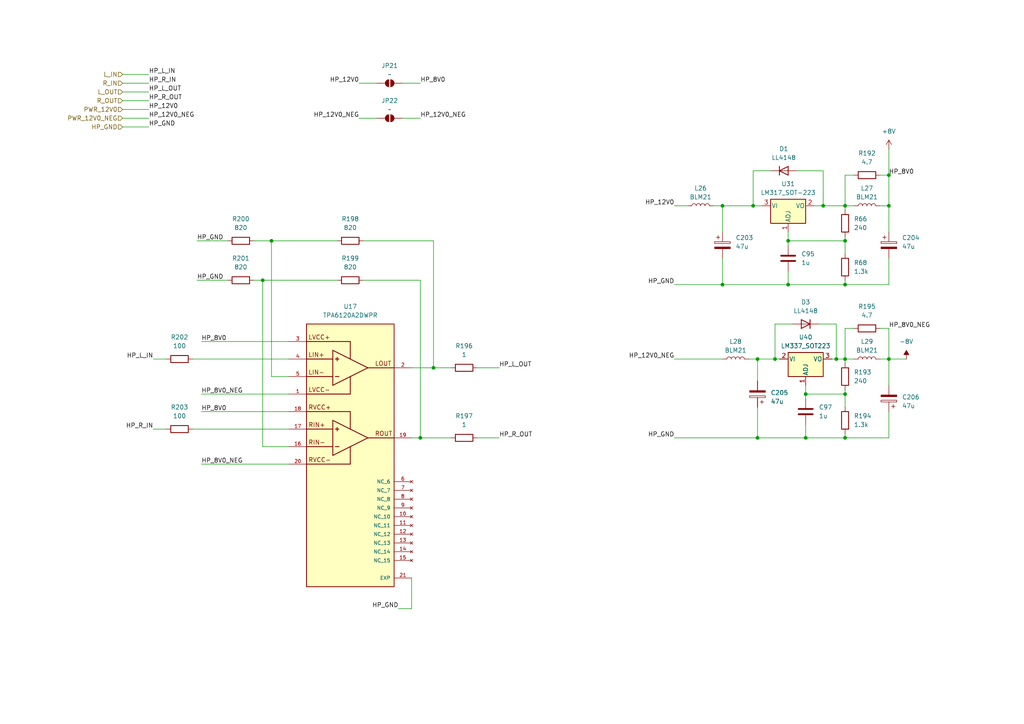
<source format=kicad_sch>
(kicad_sch (version 20250114) (generator "eeschema") (generator_version "9.0")
  (paper "A4")
  (title_block (title "HP amp") (comment 2 "maxssau"))
  (lib_symbols
    (symbol "6120:TPA6120A2DWPR" (pin_names (offset 1.016))
      (property "Reference" "U" (at -12.7 38.1 0))
      (property "Value" "TPA6120A2DWPR" (at -12.7 -40.64 0))
      (symbol "TPA6120A2DWPR_0_0"
        (polyline (pts (xy -12.7 33.02) (xy 0 33.02)) (stroke (width 0.254)))
        (polyline (pts (xy -12.7 27.94) (xy -5.08 27.94)) (stroke (width 0.254)))
        (polyline (pts (xy -12.7 22.86) (xy -5.08 22.86)) (stroke (width 0.254)))
        (polyline (pts (xy -12.7 17.78) (xy 0 17.78)) (stroke (width 0.254)))
        (polyline (pts (xy -12.7 12.7) (xy 0 12.7)) (stroke (width 0.254)))
        (polyline (pts (xy -12.7 7.62) (xy -5.08 7.62)) (stroke (width 0.254)))
        (polyline (pts (xy -12.7 2.54) (xy -5.08 2.54)) (stroke (width 0.254)))
        (polyline (pts (xy -12.7 -2.54) (xy 0 -2.54)) (stroke (width 0.254)))
        (rectangle (start -12.7 -38.1) (end 12.7 38.1) (stroke (width 0.254)) (fill (type background)))
        (polyline (pts (xy -5.08 30.48) (xy -5.08 27.94)) (stroke (width 0.254)))
        (polyline (pts (xy -5.08 27.94) (xy -5.08 22.86)) (stroke (width 0.254)))
        (polyline (pts (xy -5.08 22.86) (xy -5.08 20.32)) (stroke (width 0.254)))
        (polyline (pts (xy -5.08 20.32) (xy 0 22.86)) (stroke (width 0.254)))
        (polyline (pts (xy -5.08 10.16) (xy -5.08 7.62)) (stroke (width 0.254)))
        (polyline (pts (xy -5.08 7.62) (xy -5.08 2.54)) (stroke (width 0.254)))
        (polyline (pts (xy -5.08 2.54) (xy -5.08 0)) (stroke (width 0.254)))
        (polyline (pts (xy -5.08 0) (xy 0 2.54)) (stroke (width 0.254)))
        (polyline (pts (xy -4.318 27.94) (xy -3.302 27.94)) (stroke (width 0.254)))
        (polyline (pts (xy -4.318 22.86) (xy -3.302 22.86)) (stroke (width 0.254)))
        (polyline (pts (xy -4.318 7.62) (xy -3.302 7.62)) (stroke (width 0.254)))
        (polyline (pts (xy -4.318 2.54) (xy -3.302 2.54)) (stroke (width 0.254)))
        (polyline (pts (xy -3.81 27.432) (xy -3.81 28.448)) (stroke (width 0.254)))
        (polyline (pts (xy -3.81 7.112) (xy -3.81 8.128)) (stroke (width 0.254)))
        (polyline (pts (xy 0 33.02) (xy 0 27.94)) (stroke (width 0.254)))
        (polyline (pts (xy 0 27.94) (xy -5.08 30.48)) (stroke (width 0.254)))
        (polyline (pts (xy 0 22.86) (xy 5.08 25.4)) (stroke (width 0.254)))
        (polyline (pts (xy 0 17.78) (xy 0 22.86)) (stroke (width 0.254)))
        (polyline (pts (xy 0 12.7) (xy 0 7.62)) (stroke (width 0.254)))
        (polyline (pts (xy 0 7.62) (xy -5.08 10.16)) (stroke (width 0.254)))
        (polyline (pts (xy 0 2.54) (xy 5.08 5.08)) (stroke (width 0.254)))
        (polyline (pts (xy 0 -2.54) (xy 0 2.54)) (stroke (width 0.254)))
        (polyline (pts (xy 5.08 25.4) (xy 0 27.94)) (stroke (width 0.254)))
        (polyline (pts (xy 5.08 25.4) (xy 12.7 25.4)) (stroke (width 0.254)))
        (polyline (pts (xy 5.08 5.08) (xy 0 7.62)) (stroke (width 0.254)))
        (polyline (pts (xy 5.08 5.08) (xy 12.7 5.08)) (stroke (width 0.254)))
        (text "LVCC+" (at -12.192 33.528 0) (effects (font (size 1.27 1.27)) (justify left bottom)))
        (text "LIN+" (at -12.192 28.448 0) (effects (font (size 1.27 1.27)) (justify left bottom)))
        (text "LIN-" (at -12.192 23.368 0) (effects (font (size 1.27 1.27)) (justify left bottom)))
        (text "LVCC-" (at -12.192 18.288 0) (effects (font (size 1.27 1.27)) (justify left bottom)))
        (text "RVCC+" (at -12.192 13.208 0) (effects (font (size 1.27 1.27)) (justify left bottom)))
        (text "RIN+" (at -12.192 8.128 0) (effects (font (size 1.27 1.27)) (justify left bottom)))
        (text "RIN-" (at -12.192 3.048 0) (effects (font (size 1.27 1.27)) (justify left bottom)))
        (text "RVCC-" (at -12.192 -2.032 0) (effects (font (size 1.27 1.27)) (justify left bottom)))
        (text "LOUT" (at 7.112 25.908 0) (effects (font (size 1.27 1.27)) (justify left bottom)))
        (text "ROUT" (at 7.112 5.588 0) (effects (font (size 1.27 1.27)) (justify left bottom)))
        (pin power_in line (at -17.78 33.02 0) (length 5.08) (name "~") (number "3"))
        (pin input line (at -17.78 27.94 0) (length 5.08) (name "~") (number "4"))
        (pin input line (at -17.78 22.86 0) (length 5.08) (name "~") (number "5"))
        (pin power_in line (at -17.78 17.78 0) (length 5.08) (name "~") (number "1"))
        (pin power_in line (at -17.78 12.7 0) (length 5.08) (name "~") (number "18"))
        (pin input line (at -17.78 7.62 0) (length 5.08) (name "~") (number "17"))
        (pin input line (at -17.78 2.54 0) (length 5.08) (name "~") (number "16"))
        (pin power_in line (at -17.78 -2.54 0) (length 5.08) (name "~") (number "20"))
        (pin output line (at 17.78 25.4 180) (length 5.08) (name "~") (number "2"))
        (pin output line (at 17.78 5.08 180) (length 5.08) (name "~") (number "19"))
        (pin no_connect line (at 17.78 -7.62 180) (length 5.08) (name "NC_6") (number "6"))
        (pin no_connect line (at 17.78 -10.16 180) (length 5.08) (name "NC_7") (number "7"))
        (pin no_connect line (at 17.78 -12.7 180) (length 5.08) (name "NC_8") (number "8"))
        (pin no_connect line (at 17.78 -15.24 180) (length 5.08) (name "NC_9") (number "9"))
        (pin no_connect line (at 17.78 -17.78 180) (length 5.08) (name "NC_10") (number "10"))
        (pin no_connect line (at 17.78 -20.32 180) (length 5.08) (name "NC_11") (number "11"))
        (pin no_connect line (at 17.78 -22.86 180) (length 5.08) (name "NC_12") (number "12"))
        (pin no_connect line (at 17.78 -25.4 180) (length 5.08) (name "NC_13") (number "13"))
        (pin no_connect line (at 17.78 -27.94 180) (length 5.08) (name "NC_14") (number "14"))
        (pin no_connect line (at 17.78 -30.48 180) (length 5.08) (name "NC_15") (number "15"))
        (pin passive line (at 17.78 -35.56 180) (length 5.08) (name "EXP") (number "21"))
      )
    )
    (symbol "Device:C" (pin_numbers (hide yes)) (pin_names (offset 0.254))
      (property "Reference" "C" (at 0.635 2.54 0))
      (property "Value" "C" (at 0.635 -2.54 0))
      (symbol "C_0_1"
        (polyline (pts (xy -2.032 0.762) (xy 2.032 0.762)) (stroke (width 0.508)))
        (polyline (pts (xy -2.032 -0.762) (xy 2.032 -0.762)) (stroke (width 0.508)))
      )
      (symbol "C_1_1"
        (pin passive line (at 0 3.81 270) (length 2.794) (name "~") (number "1"))
        (pin passive line (at 0 -3.81 90) (length 2.794) (name "~") (number "2"))
      )
    )
    (symbol "Device:C_Polarized" (pin_numbers (hide yes)) (pin_names (offset 0.254))
      (property "Reference" "C" (at 0.635 2.54 0))
      (property "Value" "C_Polarized" (at 0.635 -2.54 0))
      (symbol "C_Polarized_0_1"
        (rectangle (start -2.286 0.508) (end 2.286 1.016))
        (polyline (pts (xy -1.778 2.286) (xy -0.762 2.286)))
        (polyline (pts (xy -1.27 2.794) (xy -1.27 1.778)))
        (rectangle (start 2.286 -0.508) (end -2.286 -1.016) (fill (type outline)))
      )
      (symbol "C_Polarized_1_1"
        (pin passive line (at 0 3.81 270) (length 2.794) (name "~") (number "1"))
        (pin passive line (at 0 -3.81 90) (length 2.794) (name "~") (number "2"))
      )
    )
    (symbol "Device:L" (pin_numbers (hide yes)) (pin_names (offset 1.016) (hide yes))
      (property "Reference" "L" (at -1.27 0 90))
      (property "Value" "L" (at 1.905 0 90))
      (symbol "L_0_1"
        (arc (start 0 2.54) (mid 0.6323 1.905) (end 0 1.27))
        (arc (start 0 1.27) (mid 0.6323 0.635) (end 0 0))
        (arc (start 0 0) (mid 0.6323 -0.635) (end 0 -1.27))
        (arc (start 0 -1.27) (mid 0.6323 -1.905) (end 0 -2.54))
      )
      (symbol "L_1_1"
        (pin passive line (at 0 3.81 270) (length 1.27) (name "1") (number "1"))
        (pin passive line (at 0 -3.81 90) (length 1.27) (name "2") (number "2"))
      )
    )
    (symbol "Device:R" (pin_numbers (hide yes)) (pin_names (offset 0))
      (property "Reference" "R" (at 2.032 0 90))
      (property "Value" "R" (at 0 0 90))
      (symbol "R_0_1"
        (rectangle (start -1.016 -2.54) (end 1.016 2.54) (stroke (width 0.254)))
      )
      (symbol "R_1_1"
        (pin passive line (at 0 3.81 270) (length 1.27) (name "~") (number "1"))
        (pin passive line (at 0 -3.81 90) (length 1.27) (name "~") (number "2"))
      )
    )
    (symbol "Diode:LL4148" (pin_numbers (hide yes)) (pin_names (hide yes))
      (property "Reference" "D" (at 0 2.54 0))
      (property "Value" "LL4148" (at 0 -2.54 0))
      (symbol "LL4148_0_1"
        (polyline (pts (xy -1.27 1.27) (xy -1.27 -1.27)) (stroke (width 0.254)))
        (polyline (pts (xy 1.27 1.27) (xy 1.27 -1.27) (xy -1.27 0) (xy 1.27 1.27)) (stroke (width 0.254)))
        (polyline (pts (xy 1.27 0) (xy -1.27 0)))
      )
      (symbol "LL4148_1_1"
        (pin passive line (at -3.81 0 0) (length 2.54) (name "K") (number "1"))
        (pin passive line (at 3.81 0 180) (length 2.54) (name "A") (number "2"))
      )
    )
    (symbol "Jumper:SolderJumper_2_Open" (pin_numbers (hide yes)) (pin_names (offset 0) (hide yes)) (exclude_from_sim yes) (in_bom no)
      (property "Reference" "JP" (at 0 2.032 0))
      (property "Value" "SolderJumper_2_Open" (at 0 -2.54 0))
      (symbol "SolderJumper_2_Open_0_1"
        (polyline (pts (xy -0.254 1.016) (xy -0.254 -1.016)))
        (arc (start -0.254 -1.016) (mid -1.2656 0) (end -0.254 1.016))
        (arc (start -0.254 -1.016) (mid -1.2656 0) (end -0.254 1.016) (fill (type outline)))
        (arc (start 0.254 1.016) (mid 1.2656 0) (end 0.254 -1.016))
        (arc (start 0.254 1.016) (mid 1.2656 0) (end 0.254 -1.016) (fill (type outline)))
        (polyline (pts (xy 0.254 1.016) (xy 0.254 -1.016)))
      )
      (symbol "SolderJumper_2_Open_1_1"
        (pin passive line (at -3.81 0 0) (length 2.54) (name "A") (number "1"))
        (pin passive line (at 3.81 0 180) (length 2.54) (name "B") (number "2"))
      )
    )
    (symbol "Regulator_Linear:LM317_SOT-223" (pin_names (offset 0.254))
      (property "Reference" "U" (at -3.81 3.175 0))
      (property "Value" "LM317_SOT-223" (at 0 3.175 0))
      (symbol "LM317_SOT-223_0_1"
        (rectangle (start -5.08 1.905) (end 5.08 -5.08) (stroke (width 0.254)) (fill (type background)))
      )
      (symbol "LM317_SOT-223_1_1"
        (pin power_in line (at -7.62 0 0) (length 2.54) (name "VI") (number "3"))
        (pin input line (at 0 -7.62 90) (length 2.54) (name "ADJ") (number "1"))
        (pin power_out line (at 7.62 0 180) (length 2.54) (name "VO") (number "2"))
      )
    )
    (symbol "Regulator_Linear:LM337_SOT223" (pin_names (offset 0.254))
      (property "Reference" "U" (at -3.81 -3.175 0))
      (property "Value" "LM337_SOT223" (at 0 -3.175 0))
      (symbol "LM337_SOT223_0_1"
        (rectangle (start -5.08 5.08) (end 5.08 -1.905) (stroke (width 0.254)) (fill (type background)))
      )
      (symbol "LM337_SOT223_1_1"
        (pin power_in line (at -7.62 0 0) (length 2.54) (name "VI") (number "2"))
        (pin input line (at 0 7.62 270) (length 2.54) (name "ADJ") (number "1"))
        (pin power_out line (at 7.62 0 180) (length 2.54) (name "VO") (number "3"))
      )
    )
    (symbol "power:+8V" (power) (pin_numbers (hide yes)) (pin_names (offset 0) (hide yes))
      (property "Value" "+8V" (at 0 3.556 0))
      (symbol "+8V_0_1"
        (polyline (pts (xy -0.762 1.27) (xy 0 2.54)))
        (polyline (pts (xy 0 2.54) (xy 0.762 1.27)))
        (polyline (pts (xy 0 0) (xy 0 2.54)))
      )
      (symbol "+8V_1_1"
        (pin power_in line (at 0 0 90) (length 0) (name "~") (number "1"))
      )
    )
    (symbol "power:-8V" (power) (pin_numbers (hide yes)) (pin_names (offset 0) (hide yes))
      (property "Value" "-8V" (at 0 3.556 0))
      (symbol "-8V_0_0"
        (pin power_in line (at 0 0 90) (length 0) (name "~") (number "1"))
      )
      (symbol "-8V_0_1"
        (polyline (pts (xy 0 0) (xy 0 1.27) (xy 0.762 1.27) (xy 0 2.54) (xy -0.762 1.27) (xy 0 1.27)) (fill (type outline)))
      )
    )
  )
  (junction (at 233.68 127))
  (junction (at 245.11 82.55))
  (junction (at 228.6 82.55))
  (junction (at 242.57 104.14))
  (junction (at 228.6 69.85))
  (junction (at 121.92 127))
  (junction (at 219.71 104.14))
  (junction (at 219.71 127))
  (junction (at 76.2 81.28))
  (junction (at 245.11 114.3))
  (junction (at 125.73 106.68))
  (junction (at 78.74 69.85))
  (junction (at 257.81 50.8))
  (junction (at 233.68 114.3))
  (junction (at 245.11 127))
  (junction (at 257.81 104.14))
  (junction (at 209.55 59.69))
  (junction (at 209.55 82.55))
  (junction (at 218.44 59.69))
  (junction (at 245.11 69.85))
  (junction (at 238.76 59.69))
  (junction (at 245.11 59.69))
  (junction (at 245.11 104.14))
  (junction (at 257.81 59.69))
  (junction (at 224.79 104.14))
  (wire (pts (xy 104.14 24.13) (xy 109.22 24.13)))
  (wire (pts (xy 209.55 59.69) (xy 218.44 59.69)))
  (wire (pts (xy 245.11 50.8) (xy 245.11 59.69)))
  (wire (pts (xy 121.92 34.29) (xy 116.84 34.29)))
  (wire (pts (xy 257.81 50.8) (xy 257.81 59.69)))
  (wire (pts (xy 224.79 104.14) (xy 226.06 104.14)))
  (wire (pts (xy 229.87 93.98) (xy 224.79 93.98)))
  (wire (pts (xy 58.42 99.06) (xy 83.82 99.06)))
  (wire (pts (xy 245.11 95.25) (xy 245.11 104.14)))
  (wire (pts (xy 144.78 106.68) (xy 138.43 106.68)))
  (wire (pts (xy 57.15 81.28) (xy 66.04 81.28)))
  (wire (pts (xy 219.71 104.14) (xy 224.79 104.14)))
  (wire (pts (xy 119.38 127) (xy 121.92 127)))
  (wire (pts (xy 209.55 82.55) (xy 228.6 82.55)))
  (wire (pts (xy 76.2 81.28) (xy 97.79 81.28)))
  (wire (pts (xy 223.52 49.53) (xy 218.44 49.53)))
  (wire (pts (xy 115.57 176.53) (xy 119.38 176.53)))
  (wire (pts (xy 43.18 26.67) (xy 35.56 26.67)))
  (wire (pts (xy 257.81 104.14) (xy 257.81 111.76)))
  (wire (pts (xy 242.57 104.14) (xy 245.11 104.14)))
  (wire (pts (xy 242.57 93.98) (xy 242.57 104.14)))
  (wire (pts (xy 195.58 127) (xy 219.71 127)))
  (wire (pts (xy 257.81 119.38) (xy 257.81 127)))
  (wire (pts (xy 217.17 104.14) (xy 219.71 104.14)))
  (wire (pts (xy 104.14 34.29) (xy 109.22 34.29)))
  (wire (pts (xy 219.71 118.11) (xy 219.71 127)))
  (wire (pts (xy 237.49 93.98) (xy 242.57 93.98)))
  (wire (pts (xy 219.71 104.14) (xy 219.71 110.49)))
  (wire (pts (xy 55.88 104.14) (xy 83.82 104.14)))
  (wire (pts (xy 105.41 81.28) (xy 121.92 81.28)))
  (wire (pts (xy 207.01 59.69) (xy 209.55 59.69)))
  (wire (pts (xy 43.18 36.83) (xy 35.56 36.83)))
  (wire (pts (xy 245.11 113.03) (xy 245.11 114.3)))
  (wire (pts (xy 83.82 109.22) (xy 78.74 109.22)))
  (wire (pts (xy 105.41 69.85) (xy 125.73 69.85)))
  (wire (pts (xy 245.11 104.14) (xy 245.11 105.41)))
  (wire (pts (xy 233.68 127) (xy 233.68 123.19)))
  (wire (pts (xy 245.11 125.73) (xy 245.11 127)))
  (wire (pts (xy 44.45 104.14) (xy 48.26 104.14)))
  (wire (pts (xy 257.81 59.69) (xy 255.27 59.69)))
  (wire (pts (xy 218.44 59.69) (xy 220.98 59.69)))
  (wire (pts (xy 245.11 69.85) (xy 228.6 69.85)))
  (wire (pts (xy 228.6 69.85) (xy 228.6 71.12)))
  (wire (pts (xy 116.84 24.13) (xy 121.92 24.13)))
  (wire (pts (xy 241.3 104.14) (xy 242.57 104.14)))
  (wire (pts (xy 245.11 69.85) (xy 245.11 73.66)))
  (wire (pts (xy 119.38 176.53) (xy 119.38 167.64)))
  (wire (pts (xy 257.81 104.14) (xy 262.89 104.14)))
  (wire (pts (xy 125.73 106.68) (xy 130.81 106.68)))
  (wire (pts (xy 245.11 59.69) (xy 245.11 60.96)))
  (wire (pts (xy 58.42 134.62) (xy 83.82 134.62)))
  (wire (pts (xy 245.11 104.14) (xy 247.65 104.14)))
  (wire (pts (xy 238.76 59.69) (xy 245.11 59.69)))
  (wire (pts (xy 119.38 106.68) (xy 125.73 106.68)))
  (wire (pts (xy 233.68 114.3) (xy 245.11 114.3)))
  (wire (pts (xy 247.65 95.25) (xy 245.11 95.25)))
  (wire (pts (xy 236.22 59.69) (xy 238.76 59.69)))
  (wire (pts (xy 209.55 74.93) (xy 209.55 82.55)))
  (wire (pts (xy 257.81 127) (xy 245.11 127)))
  (wire (pts (xy 255.27 50.8) (xy 257.81 50.8)))
  (wire (pts (xy 76.2 129.54) (xy 76.2 81.28)))
  (wire (pts (xy 257.81 95.25) (xy 257.81 104.14)))
  (wire (pts (xy 43.18 24.13) (xy 35.56 24.13)))
  (wire (pts (xy 73.66 81.28) (xy 76.2 81.28)))
  (wire (pts (xy 43.18 21.59) (xy 35.56 21.59)))
  (wire (pts (xy 245.11 59.69) (xy 247.65 59.69)))
  (wire (pts (xy 247.65 50.8) (xy 245.11 50.8)))
  (wire (pts (xy 228.6 67.31) (xy 228.6 69.85)))
  (wire (pts (xy 43.18 31.75) (xy 35.56 31.75)))
  (wire (pts (xy 195.58 104.14) (xy 209.55 104.14)))
  (wire (pts (xy 224.79 93.98) (xy 224.79 104.14)))
  (wire (pts (xy 233.68 111.76) (xy 233.68 114.3)))
  (wire (pts (xy 209.55 59.69) (xy 209.55 67.31)))
  (wire (pts (xy 44.45 124.46) (xy 48.26 124.46)))
  (wire (pts (xy 233.68 114.3) (xy 233.68 115.57)))
  (wire (pts (xy 245.11 81.28) (xy 245.11 82.55)))
  (wire (pts (xy 257.81 74.93) (xy 257.81 82.55)))
  (wire (pts (xy 238.76 49.53) (xy 238.76 59.69)))
  (wire (pts (xy 257.81 82.55) (xy 245.11 82.55)))
  (wire (pts (xy 245.11 68.58) (xy 245.11 69.85)))
  (wire (pts (xy 257.81 104.14) (xy 255.27 104.14)))
  (wire (pts (xy 125.73 69.85) (xy 125.73 106.68)))
  (wire (pts (xy 228.6 82.55) (xy 228.6 78.74)))
  (wire (pts (xy 233.68 127) (xy 245.11 127)))
  (wire (pts (xy 57.15 69.85) (xy 66.04 69.85)))
  (wire (pts (xy 58.42 119.38) (xy 83.82 119.38)))
  (wire (pts (xy 121.92 81.28) (xy 121.92 127)))
  (wire (pts (xy 121.92 127) (xy 130.81 127)))
  (wire (pts (xy 245.11 114.3) (xy 245.11 118.11)))
  (wire (pts (xy 78.74 109.22) (xy 78.74 69.85)))
  (wire (pts (xy 43.18 29.21) (xy 35.56 29.21)))
  (wire (pts (xy 257.81 59.69) (xy 257.81 67.31)))
  (wire (pts (xy 257.81 43.18) (xy 257.81 50.8)))
  (wire (pts (xy 83.82 129.54) (xy 76.2 129.54)))
  (wire (pts (xy 218.44 49.53) (xy 218.44 59.69)))
  (wire (pts (xy 43.18 34.29) (xy 35.56 34.29)))
  (wire (pts (xy 195.58 82.55) (xy 209.55 82.55)))
  (wire (pts (xy 255.27 95.25) (xy 257.81 95.25)))
  (wire (pts (xy 245.11 82.55) (xy 228.6 82.55)))
  (wire (pts (xy 58.42 114.3) (xy 83.82 114.3)))
  (wire (pts (xy 73.66 69.85) (xy 78.74 69.85)))
  (wire (pts (xy 55.88 124.46) (xy 83.82 124.46)))
  (wire (pts (xy 144.78 127) (xy 138.43 127)))
  (wire (pts (xy 78.74 69.85) (xy 97.79 69.85)))
  (wire (pts (xy 231.14 49.53) (xy 238.76 49.53)))
  (wire (pts (xy 195.58 59.69) (xy 199.39 59.69)))
  (wire (pts (xy 219.71 127) (xy 233.68 127)))
  (label "HP_8V0_NEG" (at 58.42 114.3 0))
  (label "HP_8V0_NEG" (at 257.81 95.25 0))
  (label "HP_8V0" (at 58.42 119.38 0))
  (label "HP_GND" (at 195.58 127 180))
  (label "HP_12V0_NEG" (at 121.92 34.29 0))
  (label "HP_12V0_NEG" (at 195.58 104.14 180))
  (label "HP_R_OUT" (at 144.78 127 0))
  (label "HP_12V0" (at 195.58 59.69 180))
  (label "HP_GND" (at 195.58 82.55 180))
  (label "HP_R_OUT" (at 43.18 29.21 0))
  (label "HP_L_IN" (at 43.18 21.59 0))
  (label "HP_12V0_NEG" (at 43.18 34.29 0))
  (label "HP_L_OUT" (at 144.78 106.68 0))
  (label "HP_12V0" (at 104.14 24.13 180))
  (label "HP_12V0_NEG" (at 104.14 34.29 180))
  (label "HP_GND" (at 57.15 69.85 0))
  (label "HP_R_IN" (at 43.18 24.13 0))
  (label "HP_8V0" (at 58.42 99.06 0))
  (label "HP_8V0_NEG" (at 58.42 134.62 0))
  (label "HP_GND" (at 43.18 36.83 0))
  (label "HP_12V0" (at 43.18 31.75 0))
  (label "HP_GND" (at 57.15 81.28 0))
  (label "HP_L_OUT" (at 43.18 26.67 0))
  (label "HP_L_IN" (at 44.45 104.14 180))
  (label "HP_GND" (at 115.57 176.53 180))
  (label "HP_8V0" (at 121.92 24.13 0))
  (label "HP_R_IN" (at 44.45 124.46 180))
  (label "HP_8V0" (at 257.81 50.8 0))
  (hierarchical_label "L_OUT" (shape input) (at 35.56 26.67 180))
  (hierarchical_label "PWR_12V0" (shape input) (at 35.56 31.75 180))
  (hierarchical_label "PWR_12V0_NEG" (shape input) (at 35.56 34.29 180))
  (hierarchical_label "R_OUT" (shape input) (at 35.56 29.21 180))
  (hierarchical_label "R_IN" (shape input) (at 35.56 24.13 180))
  (hierarchical_label "L_IN" (shape input) (at 35.56 21.59 180))
  (hierarchical_label "HP_GND" (shape input) (at 35.56 36.83 180))
  (symbol (lib_id "Device:R") (at 101.6 81.28 90) (unit 1)
    (property "Reference" "R199" (at 101.6 74.93 90))
    (property "Value" "820" (at 101.6 77.47 90))
    (property "Footprint" "Resistor_SMD:R_0805_2012Metric_Pad1.20x1.40mm_HandSolder" (effects (hide yes)))
    (property "Description" "Resistor" (effects (hide yes)))
  )
  (symbol (lib_id "Device:C_Polarized") (at 257.81 115.57 180) (unit 1)
    (property "Reference" "C206" (at 261.62 115.1889 0) (effects (justify right)))
    (property "Value" "47u" (at 261.62 117.7289 0) (effects (justify right)))
    (property "Footprint" "Capacitor_SMD:CP_Elec_6.3x7.7" (effects (hide yes)))
    (property "Description" "Polarized capacitor" (effects (hide yes)))
  )
  (symbol (lib_id "Device:C_Polarized") (at 209.55 71.12 0) (unit 1)
    (property "Reference" "C203" (at 213.36 68.9609 0) (effects (justify left)))
    (property "Value" "47u" (at 213.36 71.5009 0) (effects (justify left)))
    (property "Footprint" "Capacitor_SMD:CP_Elec_6.3x7.7" (effects (hide yes)))
    (property "Description" "Polarized capacitor" (effects (hide yes)))
  )
  (symbol (lib_id "Device:R") (at 52.07 104.14 90) (unit 1)
    (property "Reference" "R202" (at 52.07 97.79 90))
    (property "Value" "100" (at 52.07 100.33 90))
    (property "Footprint" "Resistor_SMD:R_0805_2012Metric_Pad1.20x1.40mm_HandSolder" (effects (hide yes)))
    (property "Description" "Resistor" (effects (hide yes)))
  )
  (symbol (lib_id "Device:L") (at 203.2 59.69 90) (unit 1)
    (property "Reference" "L26" (at 203.2 54.61 90))
    (property "Value" "BLM21" (at 203.2 57.15 90))
    (property "Footprint" "Inductor_SMD:L_0805_2012Metric_Pad1.15x1.40mm_HandSolder" (effects (hide yes)))
    (property "Description" "Inductor" (effects (hide yes)))
  )
  (symbol (lib_id "Device:R") (at 245.11 109.22 0) (unit 1)
    (property "Reference" "R193" (at 247.65 107.9499 0) (effects (justify left)))
    (property "Value" "240" (at 247.65 110.4899 0) (effects (justify left)))
    (property "Footprint" "Resistor_SMD:R_0805_2012Metric_Pad1.20x1.40mm_HandSolder" (effects (hide yes)))
    (property "Description" "Resistor" (effects (hide yes)))
  )
  (symbol (lib_id "Diode:LL4148") (at 227.33 49.53 0) (unit 1)
    (property "Reference" "D1" (at 227.33 43.18 0))
    (property "Value" "LL4148" (at 227.33 45.72 0))
    (property "Footprint" "Diode_SMD:D_MiniMELF" (effects (hide yes)))
    (property "Datasheet" "http://www.vishay.com/docs/85557/ll4148.pdf" (effects (hide yes)))
    (property "Description" "100V 0.15A standard switching diode, MiniMELF" (effects (hide yes)))
    (property "Sim.Device" "D" (effects (hide yes)))
    (property "Sim.Pins" "1=K 2=A" (effects (hide yes)))
  )
  (symbol (lib_id "Device:R") (at 52.07 124.46 90) (unit 1)
    (property "Reference" "R203" (at 52.07 118.11 90))
    (property "Value" "100" (at 52.07 120.65 90))
    (property "Footprint" "Resistor_SMD:R_0805_2012Metric_Pad1.20x1.40mm_HandSolder" (effects (hide yes)))
    (property "Description" "Resistor" (effects (hide yes)))
  )
  (symbol (lib_id "Device:R") (at 251.46 95.25 90) (unit 1)
    (property "Reference" "R195" (at 251.46 88.9 90))
    (property "Value" "4.7" (at 251.46 91.44 90))
    (property "Footprint" "Resistor_SMD:R_0805_2012Metric_Pad1.20x1.40mm_HandSolder" (effects (hide yes)))
    (property "Description" "Resistor" (effects (hide yes)))
  )
  (symbol (lib_id "Jumper:SolderJumper_2_Open") (at 113.03 24.13 0) (unit 1) (exclude_from_sim yes) (in_bom no)
    (property "Reference" "JP21" (at 113.03 19.05 0))
    (property "Value" "~" (at 113.03 21.59 0))
    (property "Footprint" "Jumper:SolderJumper-2_P1.3mm_Open_TrianglePad1.0x1.5mm" (effects (hide yes)))
    (property "Description" "Solder Jumper, 2-pole, open" (effects (hide yes)))
  )
  (symbol (lib_id "Device:R") (at 245.11 121.92 0) (unit 1)
    (property "Reference" "R194" (at 247.65 120.6499 0) (effects (justify left)))
    (property "Value" "1.3k" (at 247.65 123.1899 0) (effects (justify left)))
    (property "Footprint" "Resistor_SMD:R_0805_2012Metric_Pad1.20x1.40mm_HandSolder" (effects (hide yes)))
    (property "Description" "Resistor" (effects (hide yes)))
  )
  (symbol (lib_id "Device:L") (at 251.46 59.69 90) (unit 1)
    (property "Reference" "L27" (at 251.46 54.61 90))
    (property "Value" "BLM21" (at 251.46 57.15 90))
    (property "Footprint" "Inductor_SMD:L_0805_2012Metric_Pad1.15x1.40mm_HandSolder" (effects (hide yes)))
    (property "Description" "Inductor" (effects (hide yes)))
  )
  (symbol (lib_id "Diode:LL4148") (at 233.68 93.98 180) (unit 1)
    (property "Reference" "D3" (at 233.68 87.63 0))
    (property "Value" "LL4148" (at 233.68 90.17 0))
    (property "Footprint" "Diode_SMD:D_MiniMELF" (effects (hide yes)))
    (property "Datasheet" "http://www.vishay.com/docs/85557/ll4148.pdf" (effects (hide yes)))
    (property "Description" "100V 0.15A standard switching diode, MiniMELF" (effects (hide yes)))
    (property "Sim.Device" "D" (effects (hide yes)))
    (property "Sim.Pins" "1=K 2=A" (effects (hide yes)))
  )
  (symbol (lib_id "power:-8V") (at 262.89 104.14 0) (unit 1)
    (property "Reference" "#PWR091" (effects (hide yes)))
    (property "Value" "-8V" (at 262.89 99.06 0))
    (property "Description" "Power symbol creates a global label with name \"-8V\"" (effects (hide yes)))
  )
  (symbol (lib_id "6120:TPA6120A2DWPR") (at 101.6 132.08 0) (unit 1)
    (property "Reference" "U17" (at 101.6 88.9 0))
    (property "Value" "TPA6120A2DWPR" (at 101.6 91.44 0))
    (property "Footprint" "TPA6120A2DWPR:IC_TPA6120A2DWPR" (effects (hide yes)))
    (property "MF" "Texas Instruments" (effects (hide yes)))
    (property "MAXIMUM_PACKAGE_HEIGHT" "2.65mm" (effects (hide yes)))
    (property "Package" "HSOIC-20 Texas Instruments" (effects (hide yes)))
    (property "Price" "None" (effects (hide yes)))
    (property "Check_prices" "https://www.snapeda.com/parts/TPA6120A2DWPR/Texas+Instruments/view-part/?ref=eda" (effects (hide yes)))
    (property "STANDARD" "Manufacturer Recommendations" (effects (hide yes)))
    (property "PARTREV" "B" (effects (hide yes)))
    (property "SnapEDA_Link" "https://www.snapeda.com/parts/TPA6120A2DWPR/Texas+Instruments/view-part/?ref=snap" (effects (hide yes)))
    (property "MP" "TPA6120A2DWPR" (effects (hide yes)))
    (property "Description_1" "Stereo, 9.0- to 33.0-V, analog input headphone amplifier with 128 dB dynamic range" (effects (hide yes)))
    (property "Availability" "In Stock" (effects (hide yes)))
    (property "MANUFACTURER" "Texas Instruments" (effects (hide yes)))
  )
  (symbol (lib_id "Jumper:SolderJumper_2_Open") (at 113.03 34.29 0) (unit 1) (exclude_from_sim yes) (in_bom no)
    (property "Reference" "JP22" (at 113.03 29.21 0))
    (property "Value" "~" (at 113.03 31.75 0))
    (property "Footprint" "Jumper:SolderJumper-2_P1.3mm_Open_TrianglePad1.0x1.5mm" (effects (hide yes)))
    (property "Description" "Solder Jumper, 2-pole, open" (effects (hide yes)))
  )
  (symbol (lib_id "Device:R") (at 134.62 127 90) (unit 1)
    (property "Reference" "R197" (at 134.62 120.65 90))
    (property "Value" "1" (at 134.62 123.19 90))
    (property "Footprint" "Resistor_SMD:R_0805_2012Metric_Pad1.20x1.40mm_HandSolder" (effects (hide yes)))
    (property "Description" "Resistor" (effects (hide yes)))
  )
  (symbol (lib_id "Device:R") (at 101.6 69.85 90) (unit 1)
    (property "Reference" "R198" (at 101.6 63.5 90))
    (property "Value" "820" (at 101.6 66.04 90))
    (property "Footprint" "Resistor_SMD:R_0805_2012Metric_Pad1.20x1.40mm_HandSolder" (effects (hide yes)))
    (property "Description" "Resistor" (effects (hide yes)))
  )
  (symbol (lib_id "Device:C_Polarized") (at 219.71 114.3 180) (unit 1)
    (property "Reference" "C205" (at 223.52 113.9189 0) (effects (justify right)))
    (property "Value" "47u" (at 223.52 116.4589 0) (effects (justify right)))
    (property "Footprint" "Capacitor_SMD:CP_Elec_6.3x7.7" (effects (hide yes)))
    (property "Description" "Polarized capacitor" (effects (hide yes)))
  )
  (symbol (lib_id "Device:R") (at 245.11 77.47 0) (unit 1)
    (property "Reference" "R68" (at 247.65 76.1999 0) (effects (justify left)))
    (property "Value" "1.3k" (at 247.65 78.7399 0) (effects (justify left)))
    (property "Footprint" "Resistor_SMD:R_0805_2012Metric_Pad1.20x1.40mm_HandSolder" (effects (hide yes)))
    (property "Description" "Resistor" (effects (hide yes)))
  )
  (symbol (lib_id "Regulator_Linear:LM317_SOT-223") (at 228.6 59.69 0) (unit 1)
    (property "Reference" "U31" (at 228.6 53.34 0))
    (property "Value" "LM317_SOT-223" (at 228.6 55.88 0))
    (property "Footprint" "Package_TO_SOT_SMD:TO-252-2" (effects (hide yes)))
    (property "Datasheet" "http://www.ti.com/lit/ds/symlink/lm317.pdf" (effects (hide yes)))
    (property "Description" "1.5A 35V Adjustable Linear Regulator, SOT-223" (effects (hide yes)))
  )
  (symbol (lib_id "Device:R") (at 69.85 69.85 90) (unit 1)
    (property "Reference" "R200" (at 69.85 63.5 90))
    (property "Value" "820" (at 69.85 66.04 90))
    (property "Footprint" "Resistor_SMD:R_0805_2012Metric_Pad1.20x1.40mm_HandSolder" (effects (hide yes)))
    (property "Description" "Resistor" (effects (hide yes)))
  )
  (symbol (lib_id "Device:R") (at 245.11 64.77 0) (unit 1)
    (property "Reference" "R66" (at 247.65 63.4999 0) (effects (justify left)))
    (property "Value" "240" (at 247.65 66.0399 0) (effects (justify left)))
    (property "Footprint" "Resistor_SMD:R_0805_2012Metric_Pad1.20x1.40mm_HandSolder" (effects (hide yes)))
    (property "Description" "Resistor" (effects (hide yes)))
  )
  (symbol (lib_id "Device:C") (at 228.6 74.93 0) (unit 1)
    (property "Reference" "C95" (at 232.41 73.6599 0) (effects (justify left)))
    (property "Value" "1u" (at 232.41 76.1999 0) (effects (justify left)))
    (property "Footprint" "Capacitor_SMD:C_0805_2012Metric_Pad1.18x1.45mm_HandSolder" (effects (hide yes)))
    (property "Description" "Unpolarized capacitor" (effects (hide yes)))
  )
  (symbol (lib_id "Device:C") (at 233.68 119.38 0) (unit 1)
    (property "Reference" "C97" (at 237.49 118.1099 0) (effects (justify left)))
    (property "Value" "1u" (at 237.49 120.6499 0) (effects (justify left)))
    (property "Footprint" "Capacitor_SMD:C_0805_2012Metric_Pad1.18x1.45mm_HandSolder" (effects (hide yes)))
    (property "Description" "Unpolarized capacitor" (effects (hide yes)))
  )
  (symbol (lib_id "Device:C_Polarized") (at 257.81 71.12 0) (unit 1)
    (property "Reference" "C204" (at 261.62 68.9609 0) (effects (justify left)))
    (property "Value" "47u" (at 261.62 71.5009 0) (effects (justify left)))
    (property "Footprint" "Capacitor_SMD:CP_Elec_6.3x7.7" (effects (hide yes)))
    (property "Description" "Polarized capacitor" (effects (hide yes)))
  )
  (symbol (lib_id "Device:L") (at 213.36 104.14 90) (unit 1)
    (property "Reference" "L28" (at 213.36 99.06 90))
    (property "Value" "BLM21" (at 213.36 101.6 90))
    (property "Footprint" "Inductor_SMD:L_0805_2012Metric_Pad1.15x1.40mm_HandSolder" (effects (hide yes)))
    (property "Description" "Inductor" (effects (hide yes)))
  )
  (symbol (lib_id "Regulator_Linear:LM337_SOT223") (at 233.68 104.14 0) (mirror x) (unit 1)
    (property "Reference" "U40" (at 233.68 97.79 0))
    (property "Value" "LM337_SOT223" (at 233.68 100.33 0))
    (property "Footprint" "Package_TO_SOT_SMD:SOT-223-3_TabPin2" (effects (hide yes)))
    (property "Datasheet" "http://www.ti.com/lit/ds/symlink/lm337-n.pdf" (effects (hide yes)))
    (property "Description" "Negative 1A 35V Adjustable Linear Regulator, SOT-223" (effects (hide yes)))
  )
  (symbol (lib_id "Device:R") (at 134.62 106.68 90) (unit 1)
    (property "Reference" "R196" (at 134.62 100.33 90))
    (property "Value" "1" (at 134.62 102.87 90))
    (property "Footprint" "Resistor_SMD:R_0805_2012Metric_Pad1.20x1.40mm_HandSolder" (effects (hide yes)))
    (property "Description" "Resistor" (effects (hide yes)))
  )
  (symbol (lib_id "Device:L") (at 251.46 104.14 90) (unit 1)
    (property "Reference" "L29" (at 251.46 99.06 90))
    (property "Value" "BLM21" (at 251.46 101.6 90))
    (property "Footprint" "Inductor_SMD:L_0805_2012Metric_Pad1.15x1.40mm_HandSolder" (effects (hide yes)))
    (property "Description" "Inductor" (effects (hide yes)))
  )
  (symbol (lib_id "power:+8V") (at 257.81 43.18 0) (unit 1)
    (property "Reference" "#PWR083" (effects (hide yes)))
    (property "Value" "+8V" (at 257.81 38.1 0))
    (property "Description" "Power symbol creates a global label with name \"+8V\"" (effects (hide yes)))
  )
  (symbol (lib_id "Device:R") (at 251.46 50.8 90) (unit 1)
    (property "Reference" "R192" (at 251.46 44.45 90))
    (property "Value" "4.7" (at 251.46 46.99 90))
    (property "Footprint" "Resistor_SMD:R_0805_2012Metric_Pad1.20x1.40mm_HandSolder" (effects (hide yes)))
    (property "Description" "Resistor" (effects (hide yes)))
  )
  (symbol (lib_id "Device:R") (at 69.85 81.28 90) (unit 1)
    (property "Reference" "R201" (at 69.85 74.93 90))
    (property "Value" "820" (at 69.85 77.47 90))
    (property "Footprint" "Resistor_SMD:R_0805_2012Metric_Pad1.20x1.40mm_HandSolder" (effects (hide yes)))
    (property "Description" "Resistor" (effects (hide yes)))
  )
)
</source>
